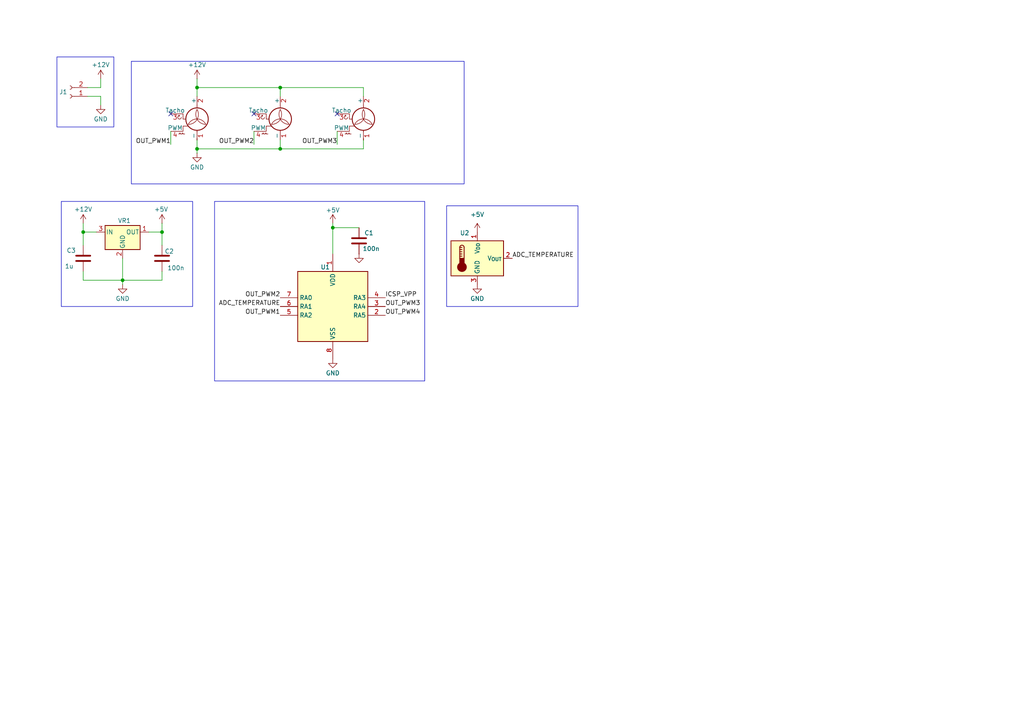
<source format=kicad_sch>
(kicad_sch (version 20250114) (generator "eeschema") (generator_version "9.0")
  (paper "A4")
  (lib_symbols
    (symbol "Connector:Conn_01x02_Socket" (pin_names (offset 1.016) (hide yes))
      (property "Reference" "J" (at 0 2.54 0))
      (property "Value" "Conn_01x02_Socket" (at 0 -5.08 0))
      (symbol "Conn_01x02_Socket_1_1"
        (polyline (pts (xy -1.27 0) (xy -0.508 0)) (stroke (width 0.1524)))
        (polyline (pts (xy -1.27 -2.54) (xy -0.508 -2.54)) (stroke (width 0.1524)))
        (arc (start 0 -0.508) (mid -0.5058 0) (end 0 0.508) (stroke (width 0.1524)))
        (arc (start 0 -3.048) (mid -0.5058 -2.54) (end 0 -2.032) (stroke (width 0.1524)))
        (pin passive line (at -5.08 0 0) (length 3.81) (name "Pin_1") (number "1"))
        (pin passive line (at -5.08 -2.54 0) (length 3.81) (name "Pin_2") (number "2"))
      )
    )
    (symbol "Device:C" (pin_numbers (hide yes)) (pin_names (offset 0.254))
      (property "Reference" "C" (at 0.635 2.54 0))
      (property "Value" "C" (at 0.635 -2.54 0))
      (symbol "C_0_1"
        (polyline (pts (xy -2.032 0.762) (xy 2.032 0.762)) (stroke (width 0.508)))
        (polyline (pts (xy -2.032 -0.762) (xy 2.032 -0.762)) (stroke (width 0.508)))
      )
      (symbol "C_1_1"
        (pin passive line (at 0 3.81 270) (length 2.794) (name "~") (number "1"))
        (pin passive line (at 0 -3.81 90) (length 2.794) (name "~") (number "2"))
      )
    )
    (symbol "MCU_Microchip_PIC12:PIC12F1501-xMC"
      (property "Reference" "U" (at 1.27 13.97 0))
      (property "Value" "PIC12F1501-xMC" (at 1.27 11.43 0))
      (symbol "PIC12F1501-xMC_0_1"
        (rectangle (start 10.16 -10.16) (end -10.16 10.16) (stroke (width 0.254)) (fill (type background)))
      )
      (symbol "PIC12F1501-xMC_1_1"
        (pin bidirectional line (at -15.24 2.54 0) (length 5.08) (name "RA0") (number "7"))
        (pin bidirectional line (at -15.24 0 0) (length 5.08) (name "RA1") (number "6"))
        (pin bidirectional line (at -15.24 -2.54 0) (length 5.08) (name "RA2") (number "5"))
        (pin power_in line (at 0 15.24 270) (length 5.08) (name "VDD") (number "1"))
        (pin power_in line (at 0 -15.24 90) (length 5.08) (name "VSS") (number "8"))
        (pin input line (at 15.24 2.54 180) (length 5.08) (name "RA3") (number "4"))
        (pin bidirectional line (at 15.24 0 180) (length 5.08) (name "RA4") (number "3"))
        (pin bidirectional line (at 15.24 -2.54 180) (length 5.08) (name "RA5") (number "2"))
      )
    )
    (symbol "Motor:Fan_4pin" (pin_names (offset 0))
      (property "Reference" "M" (at 2.54 5.08 0))
      (property "Value" "Fan_4pin" (at 2.54 -2.54 0))
      (symbol "Fan_4pin_0_0"
        (polyline (pts (xy -5.08 2.032) (xy -5.334 2.159)))
        (polyline (pts (xy -5.08 2.032) (xy -5.207 1.778)))
        (arc (start -4.572 1.524) (mid -5.08 1.0182) (end -5.588 1.524))
        (arc (start -5.588 1.524) (mid -5.4392 1.8832) (end -5.08 2.032))
        (polyline (pts (xy -4.064 2.54) (xy -4.064 1.016) (xy -3.302 1.016)))
      )
      (symbol "Fan_4pin_0_1"
        (polyline (pts (xy -5.334 -3.302) (xy -5.08 -3.302) (xy -5.08 -3.048) (xy -4.826 -3.048) (xy -4.826 -3.302) (xy -4.318 -3.302) (xy -4.318 -3.048) (xy -4.064 -3.048) (xy -4.064 -3.302) (xy -3.556 -3.302)))
        (polyline (pts (xy -4.064 2.54) (xy -5.08 2.54)))
        (polyline (pts (xy -2.54 -1.016) (xy -4.064 -1.016) (xy -4.064 -2.54) (xy -5.08 -2.54)))
        (arc (start 0 3.81) (mid -0.0015 0.9048) (end -2.54 -0.508))
        (polyline (pts (xy 0 4.572) (xy 0 5.08)))
        (polyline (pts (xy 0 4.2672) (xy 0 4.6228)))
        (circle (center 0 1.016) (radius 3.2512) (stroke (width 0.254)))
        (arc (start -2.54 -0.508) (mid 0 1.0618) (end 2.54 -0.508))
        (polyline (pts (xy 0 -2.2352) (xy 0 -2.6416)))
        (polyline (pts (xy 0 -5.08) (xy 0 -4.572)))
        (arc (start 2.54 -0.508) (mid 0.047 0.9315) (end 0 3.81))
      )
      (symbol "Fan_4pin_1_1"
        (pin passive line (at -7.62 2.54 0) (length 2.54) (name "Tacho") (number "3"))
        (pin input line (at -7.62 -2.54 0) (length 2.54) (name "PWM") (number "4"))
        (pin passive line (at 0 7.62 270) (length 2.54) (name "+") (number "2"))
        (pin passive line (at 0 -5.08 90) (length 2.54) (name "-") (number "1"))
      )
    )
    (symbol "Regulator_Linear:MC78L05_SOT89" (pin_names (offset 0.254))
      (property "Reference" "U" (at -3.81 3.175 0))
      (property "Value" "MC78L05_SOT89" (at -0.635 3.175 0))
      (symbol "MC78L05_SOT89_0_1"
        (rectangle (start -5.08 1.905) (end 5.08 -5.08) (stroke (width 0.254)) (fill (type background)))
      )
      (symbol "MC78L05_SOT89_1_1"
        (pin power_in line (at -7.62 0 0) (length 2.54) (name "IN") (number "3"))
        (pin power_in line (at 0 -7.62 90) (length 2.54) (name "GND") (number "2"))
        (pin power_out line (at 7.62 0 180) (length 2.54) (name "OUT") (number "1"))
      )
    )
    (symbol "Sensor_Temperature:MCP9700Ax-ETT"
      (property "Reference" "U" (at -6.35 6.35 0))
      (property "Value" "MCP9700Ax-ETT" (at 1.27 6.35 0))
      (symbol "MCP9700Ax-ETT_0_1"
        (rectangle (start -7.62 5.08) (end 7.62 -5.08) (stroke (width 0.254)) (fill (type background)))
        (polyline (pts (xy -5.08 3.175) (xy -5.08 0)) (stroke (width 0.254)))
        (polyline (pts (xy -5.08 3.175) (xy -4.445 3.175)) (stroke (width 0.254)))
        (polyline (pts (xy -5.08 2.54) (xy -4.445 2.54)) (stroke (width 0.254)))
        (polyline (pts (xy -5.08 1.905) (xy -4.445 1.905)) (stroke (width 0.254)))
        (polyline (pts (xy -5.08 1.27) (xy -4.445 1.27)) (stroke (width 0.254)))
        (polyline (pts (xy -5.08 0.635) (xy -4.445 0.635)) (stroke (width 0.254)))
        (arc (start -5.08 3.175) (mid -4.445 3.8073) (end -3.81 3.175) (stroke (width 0.254)))
        (circle (center -4.445 -2.54) (radius 1.27) (stroke (width 0.254)) (fill (type outline)))
        (polyline (pts (xy -3.81 3.175) (xy -3.81 0)) (stroke (width 0.254)))
        (rectangle (start -3.81 -1.905) (end -5.08 0) (stroke (width 0.254)) (fill (type outline)))
      )
      (symbol "MCP9700Ax-ETT_1_1"
        (pin power_in line (at 0 7.62 270) (length 2.54) (name "V_{DD}") (number "1"))
        (pin power_in line (at 0 -7.62 90) (length 2.54) (name "GND") (number "3"))
        (pin output line (at 10.16 0 180) (length 2.54) (name "V_{OUT}") (number "2"))
      )
    )
    (symbol "power:+12V" (power) (pin_numbers (hide yes)) (pin_names (offset 0) (hide yes))
      (property "Value" "+12V" (at 0 3.556 0))
      (symbol "+12V_0_1"
        (polyline (pts (xy -0.762 1.27) (xy 0 2.54)))
        (polyline (pts (xy 0 2.54) (xy 0.762 1.27)))
        (polyline (pts (xy 0 0) (xy 0 2.54)))
      )
      (symbol "+12V_1_1"
        (pin power_in line (at 0 0 90) (length 0) (name "~") (number "1"))
      )
    )
    (symbol "power:+5V" (power) (pin_numbers (hide yes)) (pin_names (offset 0) (hide yes))
      (property "Value" "+5V" (at 0 3.556 0))
      (symbol "+5V_0_1"
        (polyline (pts (xy -0.762 1.27) (xy 0 2.54)))
        (polyline (pts (xy 0 2.54) (xy 0.762 1.27)))
        (polyline (pts (xy 0 0) (xy 0 2.54)))
      )
      (symbol "+5V_1_1"
        (pin power_in line (at 0 0 90) (length 0) (name "~") (number "1"))
      )
    )
    (symbol "power:GND" (power) (pin_numbers (hide yes)) (pin_names (offset 0) (hide yes))
      (property "Value" "GND" (at 0 -3.81 0))
      (symbol "GND_0_1"
        (polyline (pts (xy 0 0) (xy 0 -1.27) (xy 1.27 -1.27) (xy 0 -2.54) (xy -1.27 -1.27) (xy 0 -1.27)))
      )
      (symbol "GND_1_1"
        (pin power_in line (at 0 0 270) (length 0) (name "~") (number "1"))
      )
    )
  )
  (rectangle (start 16.51 16.51) (end 33.02 36.83))
  (rectangle (start 129.54 59.69) (end 167.64 88.9))
  (rectangle (start 38.1 17.78) (end 134.62 53.34))
  (rectangle (start 17.78 58.42) (end 55.88 88.9))
  (rectangle (start 62.23 58.42) (end 123.19 110.49))
  (junction (at 24.13 67.31))
  (junction (at 57.15 25.4))
  (junction (at 57.15 43.18))
  (junction (at 35.56 81.28))
  (junction (at 96.52 66.04))
  (junction (at 81.28 25.4))
  (junction (at 46.99 67.31))
  (junction (at 81.28 43.18))
  (no_connect (at 73.66 33.02))
  (no_connect (at 49.53 33.02))
  (no_connect (at 97.79 33.02))
  (wire (pts (xy 73.66 38.1) (xy 73.66 41.91)))
  (wire (pts (xy 57.15 43.18) (xy 81.28 43.18)))
  (wire (pts (xy 35.56 74.93) (xy 35.56 81.28)))
  (wire (pts (xy 57.15 22.86) (xy 57.15 25.4)))
  (wire (pts (xy 35.56 81.28) (xy 46.99 81.28)))
  (wire (pts (xy 27.94 67.31) (xy 24.13 67.31)))
  (wire (pts (xy 24.13 81.28) (xy 35.56 81.28)))
  (wire (pts (xy 96.52 64.77) (xy 96.52 66.04)))
  (wire (pts (xy 43.18 67.31) (xy 46.99 67.31)))
  (wire (pts (xy 81.28 25.4) (xy 81.28 27.94)))
  (wire (pts (xy 57.15 43.18) (xy 57.15 44.45)))
  (wire (pts (xy 105.41 25.4) (xy 105.41 27.94)))
  (wire (pts (xy 81.28 43.18) (xy 105.41 43.18)))
  (wire (pts (xy 81.28 43.18) (xy 81.28 40.64)))
  (wire (pts (xy 57.15 25.4) (xy 81.28 25.4)))
  (wire (pts (xy 96.52 66.04) (xy 104.14 66.04)))
  (wire (pts (xy 29.21 25.4) (xy 29.21 22.86)))
  (wire (pts (xy 24.13 81.28) (xy 24.13 78.74)))
  (wire (pts (xy 57.15 40.64) (xy 57.15 43.18)))
  (wire (pts (xy 81.28 25.4) (xy 105.41 25.4)))
  (wire (pts (xy 24.13 67.31) (xy 24.13 64.77)))
  (wire (pts (xy 46.99 67.31) (xy 46.99 71.12)))
  (wire (pts (xy 24.13 67.31) (xy 24.13 71.12)))
  (wire (pts (xy 29.21 27.94) (xy 29.21 30.48)))
  (wire (pts (xy 46.99 81.28) (xy 46.99 78.74)))
  (wire (pts (xy 25.4 27.94) (xy 29.21 27.94)))
  (wire (pts (xy 105.41 43.18) (xy 105.41 40.64)))
  (wire (pts (xy 49.53 38.1) (xy 49.53 41.91)))
  (wire (pts (xy 57.15 25.4) (xy 57.15 27.94)))
  (wire (pts (xy 25.4 25.4) (xy 29.21 25.4)))
  (wire (pts (xy 96.52 66.04) (xy 96.52 73.66)))
  (wire (pts (xy 35.56 81.28) (xy 35.56 82.55)))
  (wire (pts (xy 46.99 64.77) (xy 46.99 67.31)))
  (wire (pts (xy 97.79 38.1) (xy 97.79 41.91)))
  (label "OUT_PWM2" (at 73.66 41.91 180))
  (label "OUT_PWM4" (at 111.76 91.44 0))
  (label "ADC_TEMPERATURE" (at 81.28 88.9 180))
  (label "ADC_TEMPERATURE" (at 148.59 74.93 0))
  (label "OUT_PWM2" (at 81.28 86.36 180))
  (label "OUT_PWM3" (at 111.76 88.9 0))
  (label "OUT_PWM1" (at 49.53 41.91 180))
  (label "OUT_PWM1" (at 81.28 91.44 180))
  (label "ICSP_VPP" (at 111.76 86.36 0))
  (label "OUT_PWM3" (at 97.79 41.91 180))
  (symbol (lib_id "power:GND") (at 57.15 44.45 0) (unit 1)
    (property "Reference" "#PWR04" (effects (hide yes)))
    (property "Value" "GND" (at 57.15 48.514 0))
    (property "Description" "Power symbol creates a global label with name \"GND\" , ground" (effects (hide yes)))
  )
  (symbol (lib_id "power:GND") (at 35.56 82.55 0) (unit 1)
    (property "Reference" "#PWR08" (effects (hide yes)))
    (property "Value" "GND" (at 35.56 86.614 0))
    (property "Description" "Power symbol creates a global label with name \"GND\" , ground" (effects (hide yes)))
  )
  (symbol (lib_id "power:+5V") (at 138.43 67.31 0) (unit 1)
    (property "Reference" "#PWR011" (effects (hide yes)))
    (property "Value" "+5V" (at 138.43 62.23 0))
    (property "Description" "Power symbol creates a global label with name \"+5V\"" (effects (hide yes)))
  )
  (symbol (lib_id "Sensor_Temperature:MCP9700Ax-ETT") (at 138.43 74.93 0) (unit 1)
    (property "Reference" "U2" (at 136.144 67.564 0) (effects (justify right)))
    (property "Value" "MCP9701A" (effects (hide yes)))
    (property "Footprint" "Package_TO_SOT_SMD:SOT-23" (effects (hide yes)))
    (property "Datasheet" "http://ww1.microchip.com/downloads/en/devicedoc/20001942g.pdf" (effects (hide yes)))
    (property "Description" "Low power, analog thermistor temperature sensor, ±2C accuracy, -40C to +125C, in SOT-23-3" (effects (hide yes)))
  )
  (symbol (lib_id "Regulator_Linear:MC78L05_SOT89") (at 35.56 67.31 0) (unit 1)
    (property "Reference" "VR1" (at 36.068 64.008 0))
    (property "Value" "AS78L05RTR" (effects (hide yes)))
    (property "Footprint" "Package_TO_SOT_SMD:SOT-89-3" (effects (hide yes)))
    (property "Datasheet" "https://www.onsemi.com/pub/Collateral/MC78L00A-D.PDF" (effects (hide yes)))
    (property "Description" "Positive 100mA 30V Linear Regulator, Fixed Output 5V, SOT-89" (effects (hide yes)))
  )
  (symbol (lib_id "power:GND") (at 29.21 30.48 0) (unit 1)
    (property "Reference" "#PWR01" (effects (hide yes)))
    (property "Value" "GND" (at 29.21 34.544 0))
    (property "Description" "Power symbol creates a global label with name \"GND\" , ground" (effects (hide yes)))
  )
  (symbol (lib_id "Device:C") (at 46.99 74.93 0) (unit 1)
    (property "Reference" "C2" (at 47.752 72.898 0) (effects (justify left)))
    (property "Value" "100n" (at 48.514 77.724 0) (effects (justify left)))
    (property "Description" "Unpolarized capacitor" (effects (hide yes)))
  )
  (symbol (lib_id "power:+12V") (at 29.21 22.86 0) (unit 1)
    (property "Reference" "#PWR02" (effects (hide yes)))
    (property "Value" "+12V" (at 29.21 18.796 0))
    (property "Description" "Power symbol creates a global label with name \"+12V\"" (effects (hide yes)))
  )
  (symbol (lib_id "Device:C") (at 104.14 69.85 0) (unit 1)
    (property "Reference" "C1" (at 105.664 67.564 0) (effects (justify left)))
    (property "Value" "100n" (at 105.156 72.136 0) (effects (justify left)))
    (property "Description" "Unpolarized capacitor" (effects (hide yes)))
  )
  (symbol (lib_id "power:GND") (at 104.14 73.66 0) (unit 1)
    (property "Reference" "#PWR09" (effects (hide yes)))
    (property "Value" "GND" (effects (hide yes)))
    (property "Description" "Power symbol creates a global label with name \"GND\" , ground" (effects (hide yes)))
  )
  (symbol (lib_id "Motor:Fan_4pin") (at 81.28 35.56 0) (unit 1)
    (property "Reference" "J3" (effects (hide yes)))
    (property "Datasheet" "http://www.formfactors.org/developer%5Cspecs%5Crev1_2_public.pdf" (effects (hide yes)))
    (property "Description" "Fan, tacho output, PWM input, 4-pin connector" (effects (hide yes)))
  )
  (symbol (lib_id "power:+5V") (at 96.52 64.77 0) (unit 1)
    (property "Reference" "#PWR06" (effects (hide yes)))
    (property "Value" "+5V" (at 96.52 60.96 0))
    (property "Description" "Power symbol creates a global label with name \"+5V\"" (effects (hide yes)))
  )
  (symbol (lib_id "power:+5V") (at 46.99 64.77 0) (unit 1)
    (property "Reference" "#PWR010" (effects (hide yes)))
    (property "Value" "+5V" (at 46.736 60.706 0))
    (property "Description" "Power symbol creates a global label with name \"+5V\"" (effects (hide yes)))
  )
  (symbol (lib_id "Motor:Fan_4pin") (at 105.41 35.56 0) (unit 1)
    (property "Reference" "J4" (effects (hide yes)))
    (property "Datasheet" "http://www.formfactors.org/developer%5Cspecs%5Crev1_2_public.pdf" (effects (hide yes)))
    (property "Description" "Fan, tacho output, PWM input, 4-pin connector" (effects (hide yes)))
  )
  (symbol (lib_id "power:GND") (at 96.52 104.14 0) (unit 1)
    (property "Reference" "#PWR05" (effects (hide yes)))
    (property "Value" "GND" (at 96.52 108.204 0))
    (property "Description" "Power symbol creates a global label with name \"GND\" , ground" (effects (hide yes)))
  )
  (symbol (lib_id "Device:C") (at 24.13 74.93 0) (unit 1)
    (property "Reference" "C3" (at 19.304 72.644 0) (effects (justify left)))
    (property "Value" "1u" (at 18.796 77.216 0) (effects (justify left)))
    (property "Description" "Unpolarized capacitor" (effects (hide yes)))
  )
  (symbol (lib_id "Motor:Fan_4pin") (at 57.15 35.56 0) (unit 1)
    (property "Reference" "J2" (effects (hide yes)))
    (property "Datasheet" "http://www.formfactors.org/developer%5Cspecs%5Crev1_2_public.pdf" (effects (hide yes)))
    (property "Description" "Fan, tacho output, PWM input, 4-pin connector" (effects (hide yes)))
  )
  (symbol (lib_id "power:+12V") (at 24.13 64.77 0) (unit 1)
    (property "Reference" "#PWR07" (effects (hide yes)))
    (property "Value" "+12V" (at 24.13 60.706 0))
    (property "Description" "Power symbol creates a global label with name \"+12V\"" (effects (hide yes)))
  )
  (symbol (lib_id "MCU_Microchip_PIC12:PIC12F1501-xMC") (at 96.52 88.9 0) (unit 1)
    (property "Reference" "U1" (at 92.964 77.47 0) (effects (justify left)))
    (property "Value" "PIC12F1501" (effects (hide yes)))
    (property "Footprint" "Package_DFN_QFN:DFN-8-1EP_3x2mm_P0.5mm_EP1.7x1.4mm" (effects (hide yes)))
    (property "Datasheet" "https://ww1.microchip.com/downloads/en/DeviceDoc/41615A.pdf" (effects (hide yes)))
    (property "Description" "PIC12F1501, 1024W FLASH, 64B SRAM, DFN-8" (effects (hide yes)))
  )
  (symbol (lib_id "Connector:Conn_01x02_Socket") (at 20.32 27.94 180) (unit 1)
    (property "Reference" "J1" (at 19.558 26.67 0) (effects (justify left)))
    (property "Description" "Generic connector, single row, 01x02, script generated" (effects (hide yes)))
  )
  (symbol (lib_id "power:GND") (at 138.43 82.55 0) (unit 1)
    (property "Reference" "#PWR012" (effects (hide yes)))
    (property "Value" "GND" (at 138.43 86.614 0))
    (property "Description" "Power symbol creates a global label with name \"GND\" , ground" (effects (hide yes)))
  )
  (symbol (lib_id "power:+12V") (at 57.15 22.86 0) (unit 1)
    (property "Reference" "#PWR03" (effects (hide yes)))
    (property "Value" "+12V" (at 57.15 18.796 0))
    (property "Description" "Power symbol creates a global label with name \"+12V\"" (effects (hide yes)))
  )
)
</source>
